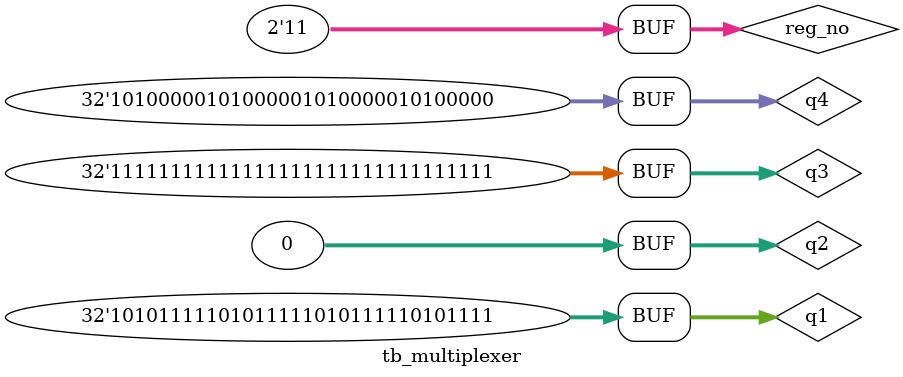
<source format=v>
module tb_multiplexer;
    reg[31:0] q1,q2,q3,q4;
    wire[31:0] regData;
    reg[1:0] reg_no;
    mux4_1 test_mux(regData,q1,q2,q3,q4,reg_no);
    
    initial
    begin
        q1 <= 32'HAFAFAFAF;
        q2 <= 32'H00000000;
        q3 <= 32'HFFFFFFFF;
        q4 <= 32'HA0A0A0A0;
        reg_no = 00;
        #20 reg_no = 01;
        #20 reg_no = 10;
        #20 reg_no = 11;
    end
endmodule
</source>
